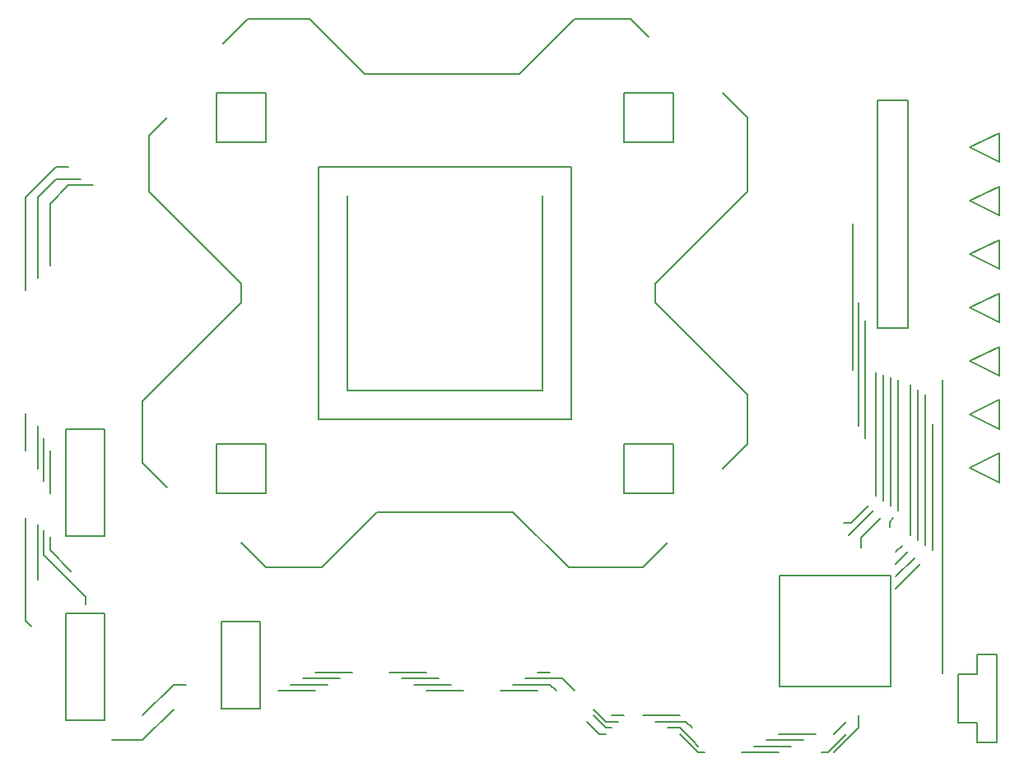
<source format=gbr>
G04 #@! TF.GenerationSoftware,KiCad,Pcbnew,(5.0.0-3-g5ebb6b6)*
G04 #@! TF.CreationDate,2020-03-04T16:44:46-05:00*
G04 #@! TF.ProjectId,Selection Interface,53656C656374696F6E20496E74657266,rev?*
G04 #@! TF.SameCoordinates,Original*
G04 #@! TF.FileFunction,Legend,Bot*
G04 #@! TF.FilePolarity,Positive*
%FSLAX46Y46*%
G04 Gerber Fmt 4.6, Leading zero omitted, Abs format (unit mm)*
G04 Created by KiCad (PCBNEW (5.0.0-3-g5ebb6b6)) date Wednesday, March 04, 2020 at 04:44:46 PM*
%MOMM*%
%LPD*%
G01*
G04 APERTURE LIST*
%ADD10C,0.200000*%
G04 APERTURE END LIST*
D10*
X245745000Y-123571000D02*
X246126000Y-123190000D01*
X245745000Y-124079000D02*
X245745000Y-123571000D01*
X242824000Y-125222000D02*
X242824000Y-126238000D01*
X244856000Y-123190000D02*
X242824000Y-125222000D01*
X244094000Y-122428000D02*
X241554000Y-124968000D01*
X241808000Y-123698000D02*
X241046000Y-123698000D01*
X243586000Y-121920000D02*
X241808000Y-123698000D01*
X244348000Y-120904000D02*
X244348000Y-117348000D01*
X245110000Y-116586000D02*
X245110000Y-121412000D01*
X245110000Y-111760000D02*
X245110000Y-116586000D01*
X245110000Y-108458000D02*
X245110000Y-111760000D01*
X245872000Y-121920000D02*
X245872000Y-119380000D01*
X246634000Y-122428000D02*
X246634000Y-119888000D01*
X247904000Y-124968000D02*
X247904000Y-121920000D01*
X248666000Y-122428000D02*
X248666000Y-125476000D01*
X248666000Y-114554000D02*
X248666000Y-122428000D01*
X248666000Y-109982000D02*
X248666000Y-114554000D01*
X250190000Y-126492000D02*
X250190000Y-122174000D01*
X249428000Y-125984000D02*
X249428000Y-123444000D01*
X242570000Y-144780000D02*
X242570000Y-143510000D01*
X240030000Y-147320000D02*
X242570000Y-144780000D01*
X240030000Y-145415000D02*
X241300000Y-144145000D01*
X239395000Y-147320000D02*
X241300000Y-145415000D01*
X238760000Y-147320000D02*
X239395000Y-147320000D01*
X226060000Y-147320000D02*
X226695000Y-147320000D01*
X224155000Y-145415000D02*
X226060000Y-147320000D01*
X246380000Y-130445000D02*
X248920000Y-127905000D01*
X246380000Y-129175000D02*
X248285000Y-127270000D01*
X246380000Y-127905000D02*
X247650000Y-126635000D01*
X246380000Y-126635000D02*
X247015000Y-126000000D01*
X241935000Y-107950000D02*
X241935000Y-92837000D01*
X250190000Y-122174000D02*
X250190000Y-113538000D01*
X249428000Y-110490000D02*
X249428000Y-123444000D01*
X247904000Y-109474000D02*
X247904000Y-121920000D01*
X244348000Y-108204000D02*
X244348000Y-117348000D01*
X245872000Y-119380000D02*
X245872000Y-108712000D01*
X246634000Y-108966000D02*
X246634000Y-119888000D01*
X210820000Y-140335000D02*
X211455000Y-140970000D01*
X210185000Y-140335000D02*
X210820000Y-140335000D01*
X209550000Y-139065000D02*
X210820000Y-139065000D01*
X212090000Y-139700000D02*
X213360000Y-140970000D01*
X210820000Y-139700000D02*
X212090000Y-139700000D01*
X251206000Y-110744000D02*
X251206000Y-137160000D01*
X251206000Y-108966000D02*
X251206000Y-110744000D01*
X251206000Y-139192000D02*
X251206000Y-137160000D01*
X210820000Y-139700000D02*
X208280000Y-139700000D01*
X181610000Y-128270000D02*
X180975000Y-127635000D01*
X187325000Y-128270000D02*
X181610000Y-128270000D01*
X187960000Y-127635000D02*
X187325000Y-128270000D01*
X191770000Y-77470000D02*
X186055000Y-71755000D01*
X207645000Y-77470000D02*
X213360000Y-71755000D01*
X191770000Y-77470000D02*
X207645000Y-77470000D01*
X221615000Y-99060000D02*
X221615000Y-100965000D01*
X231140000Y-81915000D02*
X231140000Y-89535000D01*
X221615000Y-99060000D02*
X231140000Y-89535000D01*
X193040000Y-122555000D02*
X187960000Y-127635000D01*
X194310000Y-122555000D02*
X193040000Y-122555000D01*
X196215000Y-122555000D02*
X194310000Y-122555000D01*
X196215000Y-122555000D02*
X196850000Y-122555000D01*
X207010000Y-122555000D02*
X212725000Y-128270000D01*
X202565000Y-122555000D02*
X207010000Y-122555000D01*
X200025000Y-122555000D02*
X202565000Y-122555000D01*
X196850000Y-122555000D02*
X200025000Y-122555000D01*
X172085000Y-140335000D02*
X173355000Y-140335000D01*
X168910000Y-143510000D02*
X172085000Y-140335000D01*
X168910000Y-146050000D02*
X172085000Y-142875000D01*
X165735000Y-146050000D02*
X168910000Y-146050000D01*
X234315000Y-145415000D02*
X238125000Y-145415000D01*
X233045000Y-146050000D02*
X236855000Y-146050000D01*
X231775000Y-146685000D02*
X235585000Y-146685000D01*
X230505000Y-147320000D02*
X234315000Y-147320000D01*
X225425000Y-146050000D02*
X226060000Y-146685000D01*
X224155000Y-144780000D02*
X225425000Y-146050000D01*
X222885000Y-144780000D02*
X224155000Y-144780000D01*
X224790000Y-144145000D02*
X225425000Y-144780000D01*
X221615000Y-144145000D02*
X224790000Y-144145000D01*
X222885000Y-143510000D02*
X224155000Y-143510000D01*
X220345000Y-143510000D02*
X222885000Y-143510000D01*
X217170000Y-143510000D02*
X218440000Y-143510000D01*
X215900000Y-145415000D02*
X216535000Y-145415000D01*
X216535000Y-144780000D02*
X217170000Y-144780000D01*
X216535000Y-144145000D02*
X217805000Y-144145000D01*
X215265000Y-142875000D02*
X216535000Y-144145000D01*
X215265000Y-143510000D02*
X216535000Y-144780000D01*
X207010000Y-140335000D02*
X210185000Y-140335000D01*
X214630000Y-144145000D02*
X215900000Y-145415000D01*
X205740000Y-140970000D02*
X209550000Y-140970000D01*
X198120000Y-140970000D02*
X201930000Y-140970000D01*
X196850000Y-140335000D02*
X200660000Y-140335000D01*
X195580000Y-139700000D02*
X199390000Y-139700000D01*
X194310000Y-139065000D02*
X198120000Y-139065000D01*
X182880000Y-140970000D02*
X186690000Y-140970000D01*
X184150000Y-140335000D02*
X187960000Y-140335000D01*
X185420000Y-139700000D02*
X189230000Y-139700000D01*
X186690000Y-139065000D02*
X190500000Y-139065000D01*
X159385000Y-126492000D02*
X161544000Y-128651000D01*
X159385000Y-126365000D02*
X159385000Y-126492000D01*
X163068000Y-131318000D02*
X163068000Y-132080000D01*
X162560000Y-130810000D02*
X163068000Y-131318000D01*
X156845000Y-133731000D02*
X157480000Y-134366000D01*
X156845000Y-133350000D02*
X156845000Y-133731000D01*
X156845000Y-123190000D02*
X156845000Y-133350000D01*
X158115000Y-123825000D02*
X158115000Y-129540000D01*
X160655000Y-128905000D02*
X162560000Y-130810000D01*
X158750000Y-127000000D02*
X160655000Y-128905000D01*
X158750000Y-124460000D02*
X158750000Y-127000000D01*
X159385000Y-125095000D02*
X159385000Y-126365000D01*
X159385000Y-120650000D02*
X159385000Y-116205000D01*
X158750000Y-114935000D02*
X158750000Y-119380000D01*
X158115000Y-113665000D02*
X158115000Y-118110000D01*
X156845000Y-112395000D02*
X156845000Y-116205000D01*
X156845000Y-90170000D02*
X156845000Y-99695000D01*
X160020000Y-86995000D02*
X156845000Y-90170000D01*
X161290000Y-86995000D02*
X160020000Y-86995000D01*
X158115000Y-90170000D02*
X158115000Y-98425000D01*
X160020000Y-88265000D02*
X158115000Y-90170000D01*
X162560000Y-88265000D02*
X160020000Y-88265000D01*
X159385000Y-90805000D02*
X159385000Y-97155000D01*
X161290000Y-88900000D02*
X159385000Y-90805000D01*
X163830000Y-88900000D02*
X161290000Y-88900000D01*
X243205000Y-102870000D02*
X243205000Y-114935000D01*
X242570000Y-100965000D02*
X242570000Y-113665000D01*
X161000000Y-133000000D02*
X165000000Y-133000000D01*
X161000000Y-144000000D02*
X161000000Y-133000000D01*
X165000000Y-144000000D02*
X161000000Y-144000000D01*
X165000000Y-133000000D02*
X165000000Y-144000000D01*
X161000000Y-125000000D02*
X161000000Y-114000000D01*
X165000000Y-125000000D02*
X161000000Y-125000000D01*
X165000000Y-114000000D02*
X165000000Y-125000000D01*
X161000000Y-114000000D02*
X165000000Y-114000000D01*
X181000000Y-142805000D02*
X177000000Y-142805000D01*
X181000000Y-133805000D02*
X181000000Y-142805000D01*
X177000000Y-133805000D02*
X181000000Y-133805000D01*
X177000000Y-142805000D02*
X177000000Y-133805000D01*
X210000000Y-110000000D02*
X210000000Y-90000000D01*
X190000000Y-110000000D02*
X210000000Y-110000000D01*
X190000000Y-90000000D02*
X190000000Y-110000000D01*
X213000000Y-87000000D02*
X187000000Y-87000000D01*
X213000000Y-113000000D02*
X213000000Y-87000000D01*
X187000000Y-113000000D02*
X213000000Y-113000000D01*
X187000000Y-87000000D02*
X187000000Y-113000000D01*
X254750000Y-137245000D02*
X256750000Y-137245000D01*
X254750000Y-139245000D02*
X254750000Y-137245000D01*
X252750000Y-139245000D02*
X254750000Y-139245000D01*
X252750000Y-144245000D02*
X252750000Y-139245000D01*
X254750000Y-144245000D02*
X252750000Y-144245000D01*
X254750000Y-146245000D02*
X254750000Y-144245000D01*
X256750000Y-146245000D02*
X254750000Y-146245000D01*
X256750000Y-137245000D02*
X256750000Y-146245000D01*
X254000000Y-96000000D02*
X257000000Y-94500000D01*
X257000000Y-97500000D02*
X254000000Y-96000000D01*
X254000000Y-101500000D02*
X257000000Y-100000000D01*
X257000000Y-103000000D02*
X254000000Y-101500000D01*
X254000000Y-107000000D02*
X257000000Y-105500000D01*
X257000000Y-108500000D02*
X254000000Y-107000000D01*
X254000000Y-112500000D02*
X257000000Y-111000000D01*
X257000000Y-114000000D02*
X254000000Y-112500000D01*
X254000000Y-118000000D02*
X257000000Y-116500000D01*
X254000000Y-118000000D02*
X257000000Y-119500000D01*
X257000000Y-116500000D02*
X257000000Y-119500000D01*
X257000000Y-111000000D02*
X257000000Y-114000000D01*
X257000000Y-105500000D02*
X257000000Y-108500000D01*
X257000000Y-100000000D02*
X257000000Y-103000000D01*
X257000000Y-94500000D02*
X257000000Y-97500000D01*
X254000000Y-90500000D02*
X257000000Y-89000000D01*
X257000000Y-92000000D02*
X254000000Y-90500000D01*
X257000000Y-89000000D02*
X257000000Y-92000000D01*
X254000000Y-85000000D02*
X257000000Y-83500000D01*
X257000000Y-86500000D02*
X254000000Y-85000000D01*
X257000000Y-83500000D02*
X257000000Y-86500000D01*
X244475000Y-103600000D02*
X244475000Y-80105000D01*
X247650000Y-103600000D02*
X244475000Y-103600000D01*
X247650000Y-80105000D02*
X247650000Y-103600000D01*
X244475000Y-80105000D02*
X247650000Y-80105000D01*
X234380000Y-140535000D02*
X234380000Y-129105000D01*
X245810000Y-140535000D02*
X234380000Y-140535000D01*
X245810000Y-129105000D02*
X245810000Y-140535000D01*
X234380000Y-129105000D02*
X245810000Y-129105000D01*
X180975000Y-127635000D02*
X179070000Y-125730000D01*
X220345000Y-128270000D02*
X212725000Y-128270000D01*
X222885000Y-125730000D02*
X220345000Y-128270000D01*
X231140000Y-115570000D02*
X228600000Y-118110000D01*
X231140000Y-110490000D02*
X231140000Y-115570000D01*
X230505000Y-109855000D02*
X231140000Y-110490000D01*
X231140000Y-110490000D02*
X230505000Y-109855000D01*
X221615000Y-100965000D02*
X230505000Y-109855000D01*
X228600000Y-79375000D02*
X231140000Y-81915000D01*
X219075000Y-71755000D02*
X220980000Y-73660000D01*
X213360000Y-71755000D02*
X219075000Y-71755000D01*
X179705000Y-71755000D02*
X186055000Y-71755000D01*
X177165000Y-74295000D02*
X179705000Y-71755000D01*
X169545000Y-83820000D02*
X171450000Y-81915000D01*
X168910000Y-117475000D02*
X171450000Y-120015000D01*
X168910000Y-111125000D02*
X168910000Y-117475000D01*
X179070000Y-100965000D02*
X168910000Y-111125000D01*
X179070000Y-99060000D02*
X179070000Y-100965000D01*
X169545000Y-89535000D02*
X179070000Y-99060000D01*
X169545000Y-83820000D02*
X169545000Y-89535000D01*
X176530000Y-115570000D02*
X181610000Y-115570000D01*
X176530000Y-120650000D02*
X176530000Y-115570000D01*
X181610000Y-120650000D02*
X176530000Y-120650000D01*
X181610000Y-115570000D02*
X181610000Y-120650000D01*
X218440000Y-115570000D02*
X223520000Y-115570000D01*
X218440000Y-120650000D02*
X218440000Y-115570000D01*
X223520000Y-120650000D02*
X218440000Y-120650000D01*
X223520000Y-115570000D02*
X223520000Y-120650000D01*
X218440000Y-84455000D02*
X220345000Y-84455000D01*
X218440000Y-83185000D02*
X218440000Y-84455000D01*
X218440000Y-79375000D02*
X218440000Y-83185000D01*
X223520000Y-84455000D02*
X220345000Y-84455000D01*
X223520000Y-79375000D02*
X223520000Y-84455000D01*
X218440000Y-79375000D02*
X223520000Y-79375000D01*
X181610000Y-79375000D02*
X176530000Y-79375000D01*
X181610000Y-84455000D02*
X181610000Y-79375000D01*
X176530000Y-84455000D02*
X181610000Y-84455000D01*
X176530000Y-79375000D02*
X176530000Y-84455000D01*
M02*

</source>
